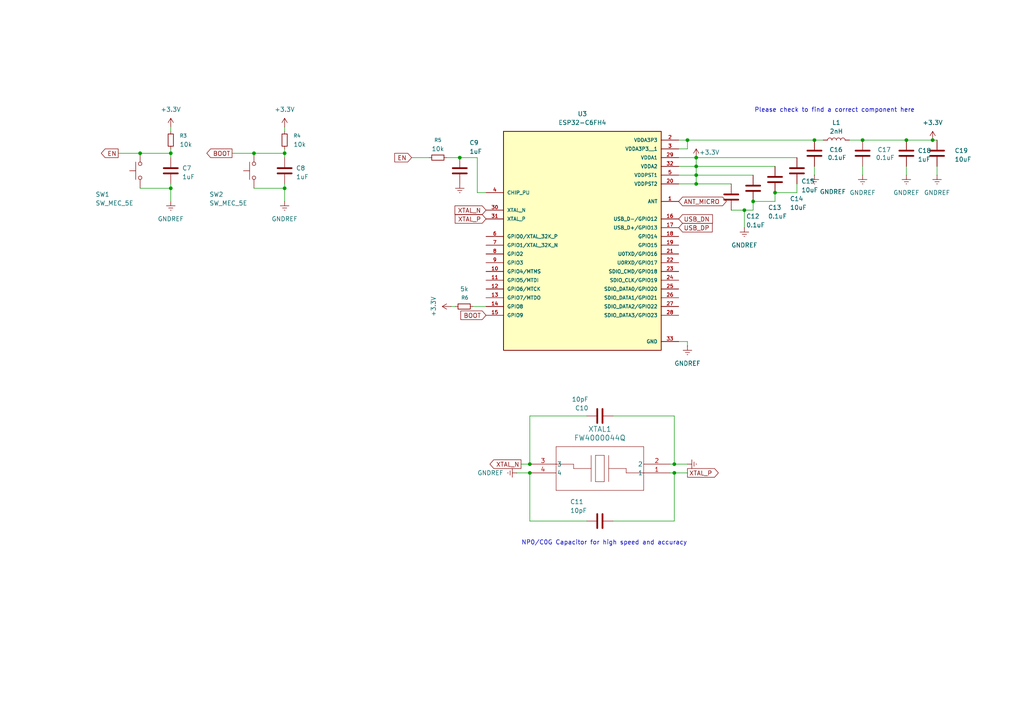
<source format=kicad_sch>
(kicad_sch (version 20250114) (generator "eeschema") (generator_version "9.0")
  (paper "A4")
  (title_block (title "Microcontroller Schematic") (date "2025-10-01") (company "CanaryCap") (comment 1 "Sebastian Arthur"))
  (lib_symbols
    (symbol "Device:C" (pin_numbers (hide yes)) (pin_names (offset 0.254))
      (property "Reference" "C" (at 0.635 2.54 0))
      (property "Value" "C" (at 0.635 -2.54 0))
      (symbol "C_0_1"
        (polyline (pts (xy -2.032 0.762) (xy 2.032 0.762)) (stroke (width 0.508)))
        (polyline (pts (xy -2.032 -0.762) (xy 2.032 -0.762)) (stroke (width 0.508)))
      )
      (symbol "C_1_1"
        (pin passive line (at 0 3.81 270) (length 2.794) (name "~") (number "1"))
        (pin passive line (at 0 -3.81 90) (length 2.794) (name "~") (number "2"))
      )
    )
    (symbol "Device:L" (pin_numbers (hide yes)) (pin_names (offset 1.016) (hide yes))
      (property "Reference" "L" (at -1.27 0 90))
      (property "Value" "L" (at 1.905 0 90))
      (symbol "L_0_1"
        (arc (start 0 2.54) (mid 0.6323 1.905) (end 0 1.27))
        (arc (start 0 1.27) (mid 0.6323 0.635) (end 0 0))
        (arc (start 0 0) (mid 0.6323 -0.635) (end 0 -1.27))
        (arc (start 0 -1.27) (mid 0.6323 -1.905) (end 0 -2.54))
      )
      (symbol "L_1_1"
        (pin passive line (at 0 3.81 270) (length 1.27) (name "1") (number "1"))
        (pin passive line (at 0 -3.81 90) (length 1.27) (name "2") (number "2"))
      )
    )
    (symbol "Device:R_Small" (pin_numbers (hide yes)) (pin_names (offset 0.254) (hide yes))
      (property "Reference" "R" (at 0 0 90))
      (property "Value" "R_Small" (at 1.778 0 90))
      (symbol "R_Small_0_1"
        (rectangle (start -0.762 1.778) (end 0.762 -1.778) (stroke (width 0.2032)))
      )
      (symbol "R_Small_1_1"
        (pin passive line (at 0 2.54 270) (length 0.762) (name "~") (number "1"))
        (pin passive line (at 0 -2.54 90) (length 0.762) (name "~") (number "2"))
      )
    )
    (symbol "ESP-32-C6:ESP32-C6FH4" (pin_names (offset 1.016))
      (property "Reference" "U1" (at 0 35.56 0))
      (property "Value" "ESP32-C6FH4" (at 0 33.02 0))
      (symbol "ESP32-C6FH4_0_0"
        (rectangle (start -22.86 30.48) (end 22.86 -33.02) (stroke (width 0.254)) (fill (type background)))
        (pin input line (at -27.94 12.7 0) (length 5.08) (name "CHIP_PU") (number "4"))
        (pin bidirectional line (at -27.94 7.62 0) (length 5.08) (name "XTAL_N") (number "30"))
        (pin bidirectional line (at -27.94 5.08 0) (length 5.08) (name "XTAL_P") (number "31"))
        (pin bidirectional line (at -27.94 0 0) (length 5.08) (name "GPIO0/XTAL_32K_P") (number "6"))
        (pin bidirectional line (at -27.94 -2.54 0) (length 5.08) (name "GPIO1/XTAL_32K_N") (number "7"))
        (pin bidirectional line (at -27.94 -5.08 0) (length 5.08) (name "GPIO2") (number "8"))
        (pin bidirectional line (at -27.94 -7.62 0) (length 5.08) (name "GPIO3") (number "9"))
        (pin bidirectional line (at -27.94 -10.16 0) (length 5.08) (name "GPIO4/MTMS") (number "10"))
        (pin bidirectional line (at -27.94 -12.7 0) (length 5.08) (name "GPIO5/MTDI") (number "11"))
        (pin bidirectional line (at -27.94 -15.24 0) (length 5.08) (name "GPIO6/MTCK") (number "12"))
        (pin bidirectional line (at -27.94 -17.78 0) (length 5.08) (name "GPIO7/MTDO") (number "13"))
        (pin bidirectional line (at -27.94 -20.32 0) (length 5.08) (name "GPIO8") (number "14"))
        (pin bidirectional line (at -27.94 -22.86 0) (length 5.08) (name "GPIO9") (number "15"))
        (pin power_in line (at 27.94 27.94 180) (length 5.08) (name "VDDA3P3") (number "2"))
        (pin power_in line (at 27.94 25.4 180) (length 5.08) (name "VDDA3P3__1") (number "3"))
        (pin power_in line (at 27.94 22.86 180) (length 5.08) (name "VDDA1") (number "29"))
        (pin power_in line (at 27.94 20.32 180) (length 5.08) (name "VDDA2") (number "32"))
        (pin power_in line (at 27.94 17.78 180) (length 5.08) (name "VDDPST1") (number "5"))
        (pin power_in line (at 27.94 15.24 180) (length 5.08) (name "VDDPST2") (number "20"))
        (pin bidirectional line (at 27.94 10.16 180) (length 5.08) (name "ANT") (number "1"))
        (pin bidirectional line (at 27.94 5.08 180) (length 5.08) (name "USB_D-/GPIO12") (number "16"))
        (pin bidirectional line (at 27.94 2.54 180) (length 5.08) (name "USB_D+/GPIO13") (number "17"))
        (pin bidirectional line (at 27.94 0 180) (length 5.08) (name "GPIO14") (number "18"))
        (pin bidirectional line (at 27.94 -2.54 180) (length 5.08) (name "GPIO15") (number "19"))
        (pin bidirectional line (at 27.94 -5.08 180) (length 5.08) (name "U0TXD/GPIO16") (number "21"))
        (pin bidirectional line (at 27.94 -7.62 180) (length 5.08) (name "U0RXD/GPIO17") (number "22"))
        (pin bidirectional line (at 27.94 -10.16 180) (length 5.08) (name "SDIO_CMD/GPIO18") (number "23"))
        (pin bidirectional line (at 27.94 -12.7 180) (length 5.08) (name "SDIO_CLK/GPIO19") (number "24"))
        (pin bidirectional line (at 27.94 -15.24 180) (length 5.08) (name "SDIO_DATA0/GPIO20") (number "25"))
        (pin bidirectional line (at 27.94 -17.78 180) (length 5.08) (name "SDIO_DATA1/GPIO21") (number "26"))
        (pin bidirectional line (at 27.94 -20.32 180) (length 5.08) (name "SDIO_DATA2/GPIO22") (number "27"))
        (pin bidirectional line (at 27.94 -22.86 180) (length 5.08) (name "SDIO_DATA3/GPIO23") (number "28"))
        (pin power_in line (at 27.94 -30.48 180) (length 5.08) (name "GND") (number "33"))
      )
    )
    (symbol "ESP-32-C6:FW4000044Q" (pin_names (offset 0.254))
      (property "Reference" "XTAL" (at 20.32 10.16 0))
      (property "Value" "FW4000044Q" (at 20.32 7.62 0))
      (symbol "FW4000044Q_0_1"
        (polyline (pts (xy 7.62 5.08) (xy 7.62 -7.62)) (stroke (width 0.127)))
        (polyline (pts (xy 7.62 0) (xy 12.7 0)) (stroke (width 0.127)))
        (polyline (pts (xy 7.62 -7.62) (xy 33.02 -7.62)) (stroke (width 0.127)))
        (polyline (pts (xy 12.7 0) (xy 12.7 -1.27)) (stroke (width 0.127)))
        (polyline (pts (xy 12.7 -1.27) (xy 17.78 -1.27)) (stroke (width 0.127)))
        (polyline (pts (xy 17.78 2.54) (xy 17.78 -5.08)) (stroke (width 0.127)))
        (polyline (pts (xy 19.05 2.54) (xy 19.05 -5.08)) (stroke (width 0.127)))
        (polyline (pts (xy 19.05 2.54) (xy 21.59 2.54)) (stroke (width 0.127)))
        (polyline (pts (xy 19.05 -5.08) (xy 21.59 -5.08)) (stroke (width 0.127)))
        (polyline (pts (xy 21.59 2.54) (xy 21.59 -5.08)) (stroke (width 0.127)))
        (polyline (pts (xy 22.86 2.54) (xy 22.86 -5.08)) (stroke (width 0.127)))
        (polyline (pts (xy 22.86 -1.27) (xy 27.94 -1.27)) (stroke (width 0.127)))
        (polyline (pts (xy 27.94 -1.27) (xy 27.94 -2.54)) (stroke (width 0.127)))
        (polyline (pts (xy 33.02 5.08) (xy 7.62 5.08)) (stroke (width 0.127)))
        (polyline (pts (xy 33.02 -2.54) (xy 27.94 -2.54)) (stroke (width 0.127)))
        (polyline (pts (xy 33.02 -7.62) (xy 33.02 5.08)) (stroke (width 0.127)))
      )
      (symbol "FW4000044Q_1_1"
        (pin bidirectional line (at 0 0 0) (length 7.62) (name "1") (number "1"))
        (pin power_out line (at 0 -2.54 0) (length 7.62) (name "2") (number "2"))
        (pin power_in line (at 40.64 0 180) (length 7.62) (name "4") (number "4"))
        (pin bidirectional line (at 40.64 -2.54 180) (length 7.62) (name "3") (number "3"))
      )
    )
    (symbol "Switch:SW_Push" (pin_numbers (hide yes)) (pin_names (offset 1.016) (hide yes))
      (property "Reference" "SW" (at 1.27 2.54 0))
      (property "Value" "SW_Push" (at 0 -1.524 0))
      (symbol "SW_Push_0_1"
        (circle (center -2.032 0) (radius 0.508))
        (polyline (pts (xy 0 1.27) (xy 0 3.048)))
        (circle (center 2.032 0) (radius 0.508))
        (polyline (pts (xy 2.54 1.27) (xy -2.54 1.27)))
        (pin passive line (at -5.08 0 0) (length 2.54) (name "1") (number "1"))
        (pin passive line (at 5.08 0 180) (length 2.54) (name "2") (number "2"))
      )
    )
    (symbol "power:+3.3V" (power) (pin_numbers (hide yes)) (pin_names (offset 0) (hide yes))
      (property "Value" "+3.3V" (at 0 3.556 0))
      (symbol "+3.3V_0_1"
        (polyline (pts (xy -0.762 1.27) (xy 0 2.54)))
        (polyline (pts (xy 0 2.54) (xy 0.762 1.27)))
        (polyline (pts (xy 0 0) (xy 0 2.54)))
      )
      (symbol "+3.3V_1_1"
        (pin power_in line (at 0 0 90) (length 0) (name "~") (number "1"))
      )
    )
    (symbol "power:GNDREF" (power) (pin_numbers (hide yes)) (pin_names (offset 0) (hide yes))
      (property "Value" "GNDREF" (at 0 -3.81 0))
      (symbol "GNDREF_0_1"
        (polyline (pts (xy -0.635 -1.905) (xy 0.635 -1.905)))
        (polyline (pts (xy -0.127 -2.54) (xy 0.127 -2.54)))
        (polyline (pts (xy 0 -1.27) (xy 0 0)))
        (polyline (pts (xy 1.27 -1.27) (xy -1.27 -1.27)))
      )
      (symbol "GNDREF_1_1"
        (pin power_in line (at 0 0 270) (length 0) (name "~") (number "1"))
      )
    )
  )
  (text "NP0/C0G Capacitor for high speed and accuracy" (at 175.26 157.48 0) (effects (font (size 1.27 1.27))))
  (text "Please check to find a correct component here\n" (at 242.062 32.004 0) (effects (font (size 1.27 1.27))))
  (junction (at 201.93 48.26))
  (junction (at 195.58 134.62))
  (junction (at 82.55 44.45))
  (junction (at 153.67 134.62))
  (junction (at 270.51 40.64))
  (junction (at 224.79 55.88))
  (junction (at 250.19 40.64))
  (junction (at 49.53 54.61))
  (junction (at 153.67 137.16))
  (junction (at 40.64 44.45))
  (junction (at 73.66 44.45))
  (junction (at 195.58 137.16))
  (junction (at 49.53 44.45))
  (junction (at 218.44 58.42))
  (junction (at 133.35 45.72))
  (junction (at 215.9 60.96))
  (junction (at 236.22 40.64))
  (junction (at 201.93 45.72))
  (junction (at 82.55 54.61))
  (junction (at 201.93 50.8))
  (junction (at 201.93 53.34))
  (junction (at 199.39 40.64))
  (junction (at 262.89 40.64))
  (wire (pts (xy 236.22 40.64) (xy 238.76 40.64)))
  (wire (pts (xy 138.43 45.72) (xy 138.43 55.88)))
  (wire (pts (xy 82.55 45.72) (xy 82.55 44.45)))
  (wire (pts (xy 151.13 134.62) (xy 153.67 134.62)))
  (wire (pts (xy 153.67 137.16) (xy 153.67 151.13)))
  (wire (pts (xy 129.54 45.72) (xy 133.35 45.72)))
  (wire (pts (xy 236.22 48.26) (xy 236.22 50.8)))
  (wire (pts (xy 170.18 120.65) (xy 153.67 120.65)))
  (wire (pts (xy 34.29 44.45) (xy 40.64 44.45)))
  (wire (pts (xy 195.58 137.16) (xy 195.58 151.13)))
  (wire (pts (xy 262.89 40.64) (xy 270.51 40.64)))
  (wire (pts (xy 201.93 50.8) (xy 201.93 53.34)))
  (wire (pts (xy 215.9 60.96) (xy 215.9 66.04)))
  (wire (pts (xy 262.89 48.26) (xy 262.89 50.8)))
  (wire (pts (xy 270.51 40.64) (xy 271.78 40.64)))
  (wire (pts (xy 271.78 48.26) (xy 271.78 50.8)))
  (wire (pts (xy 153.67 151.13) (xy 170.18 151.13)))
  (wire (pts (xy 49.53 43.18) (xy 49.53 44.45)))
  (wire (pts (xy 82.55 54.61) (xy 82.55 58.42)))
  (wire (pts (xy 201.93 45.72) (xy 231.14 45.72)))
  (wire (pts (xy 212.09 60.96) (xy 215.9 60.96)))
  (wire (pts (xy 196.85 48.26) (xy 201.93 48.26)))
  (wire (pts (xy 149.86 137.16) (xy 153.67 137.16)))
  (wire (pts (xy 119.38 45.72) (xy 124.46 45.72)))
  (wire (pts (xy 196.85 53.34) (xy 201.93 53.34)))
  (wire (pts (xy 196.85 50.8) (xy 201.93 50.8)))
  (wire (pts (xy 201.93 48.26) (xy 201.93 50.8)))
  (wire (pts (xy 73.66 44.45) (xy 82.55 44.45)))
  (wire (pts (xy 177.8 151.13) (xy 195.58 151.13)))
  (wire (pts (xy 196.85 43.18) (xy 199.39 43.18)))
  (wire (pts (xy 201.93 50.8) (xy 218.44 50.8)))
  (wire (pts (xy 67.31 44.45) (xy 73.66 44.45)))
  (wire (pts (xy 201.93 53.34) (xy 212.09 53.34)))
  (wire (pts (xy 82.55 38.1) (xy 82.55 36.83)))
  (wire (pts (xy 195.58 134.62) (xy 194.31 134.62)))
  (wire (pts (xy 201.93 45.72) (xy 201.93 48.26)))
  (wire (pts (xy 132.08 88.9) (xy 130.81 88.9)))
  (wire (pts (xy 82.55 43.18) (xy 82.55 44.45)))
  (wire (pts (xy 196.85 99.06) (xy 199.39 99.06)))
  (wire (pts (xy 215.9 60.96) (xy 218.44 60.96)))
  (wire (pts (xy 224.79 58.42) (xy 224.79 55.88)))
  (wire (pts (xy 199.39 134.62) (xy 195.58 134.62)))
  (wire (pts (xy 201.93 48.26) (xy 224.79 48.26)))
  (wire (pts (xy 82.55 53.34) (xy 82.55 54.61)))
  (wire (pts (xy 40.64 54.61) (xy 49.53 54.61)))
  (wire (pts (xy 199.39 40.64) (xy 199.39 43.18)))
  (wire (pts (xy 49.53 53.34) (xy 49.53 54.61)))
  (wire (pts (xy 199.39 99.06) (xy 199.39 100.33)))
  (wire (pts (xy 250.19 40.64) (xy 262.89 40.64)))
  (wire (pts (xy 153.67 120.65) (xy 153.67 134.62)))
  (wire (pts (xy 73.66 54.61) (xy 82.55 54.61)))
  (wire (pts (xy 49.53 54.61) (xy 49.53 58.42)))
  (wire (pts (xy 218.44 60.96) (xy 218.44 58.42)))
  (wire (pts (xy 224.79 55.88) (xy 231.14 55.88)))
  (wire (pts (xy 133.35 45.72) (xy 138.43 45.72)))
  (wire (pts (xy 231.14 55.88) (xy 231.14 53.34)))
  (wire (pts (xy 195.58 120.65) (xy 195.58 134.62)))
  (wire (pts (xy 218.44 58.42) (xy 224.79 58.42)))
  (wire (pts (xy 196.85 45.72) (xy 201.93 45.72)))
  (wire (pts (xy 49.53 45.72) (xy 49.53 44.45)))
  (wire (pts (xy 137.16 88.9) (xy 140.97 88.9)))
  (wire (pts (xy 199.39 40.64) (xy 236.22 40.64)))
  (wire (pts (xy 138.43 55.88) (xy 140.97 55.88)))
  (wire (pts (xy 246.38 40.64) (xy 250.19 40.64)))
  (wire (pts (xy 40.64 44.45) (xy 49.53 44.45)))
  (wire (pts (xy 250.19 48.26) (xy 250.19 50.8)))
  (wire (pts (xy 194.31 137.16) (xy 195.58 137.16)))
  (wire (pts (xy 196.85 40.64) (xy 199.39 40.64)))
  (wire (pts (xy 195.58 137.16) (xy 199.39 137.16)))
  (wire (pts (xy 49.53 38.1) (xy 49.53 36.83)))
  (wire (pts (xy 177.8 120.65) (xy 195.58 120.65)))
  (global_label "XTAL_N" (shape input) (at 140.97 60.96 180) (property "Intersheetrefs" "${INTERSHEET_REFS}" (effects (hide yes))))
  (global_label "XTAL_P" (shape output) (at 199.39 137.16 0) (property "Intersheetrefs" "${INTERSHEET_REFS}" (effects (hide yes))))
  (global_label "EN" (shape output) (at 34.29 44.45 180) (property "Intersheetrefs" "${INTERSHEET_REFS}" (effects (hide yes))))
  (global_label "EN" (shape input) (at 119.38 45.72 180) (property "Intersheetrefs" "${INTERSHEET_REFS}" (effects (hide yes))))
  (global_label "XTAL_N" (shape output) (at 151.13 134.62 180) (property "Intersheetrefs" "${INTERSHEET_REFS}" (effects (hide yes))))
  (global_label "BOOT" (shape input) (at 140.97 91.44 180) (property "Intersheetrefs" "${INTERSHEET_REFS}" (effects (hide yes))))
  (global_label "ANT_MICRO" (shape bidirectional) (at 196.85 58.42 0) (property "Intersheetrefs" "${INTERSHEET_REFS}" (effects (hide yes))))
  (global_label "BOOT" (shape output) (at 67.31 44.45 180) (property "Intersheetrefs" "${INTERSHEET_REFS}" (effects (hide yes))))
  (global_label "XTAL_P" (shape input) (at 140.97 63.5 180) (property "Intersheetrefs" "${INTERSHEET_REFS}" (effects (hide yes))))
  (global_label "USB_DN" (shape input) (at 196.85 63.5 0) (property "Intersheetrefs" "${INTERSHEET_REFS}" (effects (hide yes))))
  (global_label "USB_DP" (shape input) (at 196.85 66.04 0) (property "Intersheetrefs" "${INTERSHEET_REFS}" (effects (hide yes))))
  (symbol (lib_id "power:GNDREF") (at 215.9 66.04 0) (unit 1)
    (property "Reference" "#PWR021" (effects (hide yes)))
    (property "Value" "GNDREF" (at 215.9 71.12 0))
    (property "Description" "Power symbol creates a global label with name \"GNDREF\" , reference supply ground" (effects (hide yes)))
  )
  (symbol (lib_id "power:+3.3V") (at 130.81 88.9 90) (unit 1)
    (property "Reference" "#PWR015" (effects (hide yes)))
    (property "Value" "+3.3V" (at 125.73 88.9 0))
    (property "Description" "Power symbol creates a global label with name \"+3.3V\"" (effects (hide yes)))
  )
  (symbol (lib_id "Device:C") (at 49.53 49.53 0) (unit 1)
    (property "Reference" "C7" (at 52.832 48.768 0) (effects (justify left)))
    (property "Value" "1uF" (at 52.832 51.308 0) (effects (justify left)))
    (property "Footprint" "Capacitor_SMD:C_0603_1608Metric_Pad1.08x0.95mm_HandSolder" (effects (hide yes)))
    (property "Description" "Unpolarized capacitor" (effects (hide yes)))
  )
  (symbol (lib_id "Device:C") (at 173.99 151.13 90) (unit 1)
    (property "Reference" "C11" (at 165.354 145.542 90) (effects (justify right)))
    (property "Value" "10pF" (at 165.354 148.082 90) (effects (justify right)))
    (property "Footprint" "Capacitor_SMD:C_0603_1608Metric_Pad1.08x0.95mm_HandSolder" (effects (hide yes)))
    (property "Description" "Unpolarized capacitor" (effects (hide yes)))
  )
  (symbol (lib_id "power:GNDREF") (at 82.55 58.42 0) (unit 1)
    (property "Reference" "#PWR014" (effects (hide yes)))
    (property "Value" "GNDREF" (at 82.55 63.5 0))
    (property "Description" "Power symbol creates a global label with name \"GNDREF\" , reference supply ground" (effects (hide yes)))
  )
  (symbol (lib_id "power:GNDREF") (at 250.19 50.8 0) (unit 1)
    (property "Reference" "#PWR023" (effects (hide yes)))
    (property "Value" "GNDREF" (at 250.19 55.88 0))
    (property "Description" "Power symbol creates a global label with name \"GNDREF\" , reference supply ground" (effects (hide yes)))
  )
  (symbol (lib_id "Device:C") (at 82.55 49.53 0) (unit 1)
    (property "Reference" "C8" (at 85.852 48.768 0) (effects (justify left)))
    (property "Value" "1uF" (at 85.852 51.308 0) (effects (justify left)))
    (property "Footprint" "Capacitor_SMD:C_0603_1608Metric_Pad1.08x0.95mm_HandSolder" (effects (hide yes)))
    (property "Description" "Unpolarized capacitor" (effects (hide yes)))
  )
  (symbol (lib_id "power:+3.3V") (at 49.53 36.83 0) (unit 1)
    (property "Reference" "#PWR011" (effects (hide yes)))
    (property "Value" "+3.3V" (at 49.53 31.75 0))
    (property "Description" "Power symbol creates a global label with name \"+3.3V\"" (effects (hide yes)))
  )
  (symbol (lib_id "Device:C") (at 231.14 49.53 0) (unit 1)
    (property "Reference" "C15" (at 232.41 52.578 0) (effects (justify left)))
    (property "Value" "10uF" (at 232.41 55.118 0) (effects (justify left)))
    (property "Footprint" "Capacitor_SMD:C_0603_1608Metric_Pad1.08x0.95mm_HandSolder" (effects (hide yes)))
    (property "Description" "Unpolarized capacitor" (effects (hide yes)))
  )
  (symbol (lib_id "power:GNDREF") (at 271.78 50.8 0) (unit 1)
    (property "Reference" "#PWR026" (effects (hide yes)))
    (property "Value" "GNDREF" (at 271.78 55.88 0))
    (property "Description" "Power symbol creates a global label with name \"GNDREF\" , reference supply ground" (effects (hide yes)))
  )
  (symbol (lib_id "Device:L") (at 242.57 40.64 90) (unit 1)
    (property "Reference" "L1" (at 242.57 35.56 90))
    (property "Value" "2nH" (at 242.57 38.1 90))
    (property "Footprint" "Inductor_SMD:L_0603_1608Metric" (effects (hide yes)))
    (property "Description" "Inductor" (effects (hide yes)))
  )
  (symbol (lib_id "power:+3.3V") (at 270.51 40.64 0) (unit 1)
    (property "Reference" "#PWR025" (effects (hide yes)))
    (property "Value" "+3.3V" (at 270.51 35.56 0))
    (property "Description" "Power symbol creates a global label with name \"+3.3V\"" (effects (hide yes)))
  )
  (symbol (lib_id "Switch:SW_Push") (at 40.64 49.53 90) (unit 1)
    (property "Reference" "SW1" (at 27.686 56.388 90) (effects (justify right)))
    (property "Value" "SW_MEC_5E" (at 27.686 58.928 90) (effects (justify right)))
    (property "Footprint" "Button_Switch_SMD:SW_SPST_EVQP2_MiddlePushTravel_H2.5mm" (effects (hide yes)))
    (property "Description" "Push button switch, generic, two pins" (effects (hide yes)))
  )
  (symbol (lib_id "power:GNDREF") (at 49.53 58.42 0) (unit 1)
    (property "Reference" "#PWR012" (effects (hide yes)))
    (property "Value" "GNDREF" (at 49.53 63.5 0))
    (property "Description" "Power symbol creates a global label with name \"GNDREF\" , reference supply ground" (effects (hide yes)))
  )
  (symbol (lib_id "Device:C") (at 173.99 120.65 90) (unit 1)
    (property "Reference" "C10" (at 170.688 118.364 90) (effects (justify left)))
    (property "Value" "10pF" (at 170.688 115.824 90) (effects (justify left)))
    (property "Footprint" "Capacitor_SMD:C_0603_1608Metric_Pad1.08x0.95mm_HandSolder" (effects (hide yes)))
    (property "Description" "Unpolarized capacitor" (effects (hide yes)))
  )
  (symbol (lib_id "ESP-32-C6:FW4000044Q") (at 194.31 137.16 180) (unit 1)
    (property "Reference" "XTAL1" (at 173.99 124.46 0) (effects (font (size 1.524 1.524))))
    (property "Value" "FW4000044Q" (at 173.99 127 0) (effects (font (size 1.524 1.524))))
    (property "Footprint" "CRYSTAL4_FW4000044Q_DIO" (effects (hide yes)))
    (property "Datasheet" "FW4000044Q" (effects (hide yes)))
  )
  (symbol (lib_id "Switch:SW_Push") (at 73.66 49.53 90) (unit 1)
    (property "Reference" "SW2" (at 60.706 56.388 90) (effects (justify right)))
    (property "Value" "SW_MEC_5E" (at 60.706 58.928 90) (effects (justify right)))
    (property "Footprint" "Button_Switch_SMD:SW_SPST_EVQP2_MiddlePushTravel_H2.5mm" (effects (hide yes)))
    (property "Description" "Push button switch, generic, two pins" (effects (hide yes)))
  )
  (symbol (lib_id "Device:C") (at 271.78 44.45 0) (unit 1)
    (property "Reference" "C19" (at 276.86 43.688 0) (effects (justify left)))
    (property "Value" "10uF" (at 276.86 46.228 0) (effects (justify left)))
    (property "Footprint" "Capacitor_SMD:C_0603_1608Metric_Pad1.08x0.95mm_HandSolder" (effects (hide yes)))
    (property "Description" "Unpolarized capacitor" (effects (hide yes)))
  )
  (symbol (lib_id "Device:C") (at 133.35 49.53 0) (unit 1)
    (property "Reference" "C9" (at 136.144 41.402 0) (effects (justify left)))
    (property "Value" "1uF" (at 136.144 43.942 0) (effects (justify left)))
    (property "Footprint" "Capacitor_SMD:C_0603_1608Metric_Pad1.08x0.95mm_HandSolder" (effects (hide yes)))
    (property "Description" "Unpolarized capacitor" (effects (hide yes)))
  )
  (symbol (lib_id "Device:C") (at 224.79 52.07 0) (unit 1)
    (property "Reference" "C14" (at 229.108 57.658 0) (effects (justify left)))
    (property "Value" "10uF" (at 229.108 60.198 0) (effects (justify left)))
    (property "Footprint" "Capacitor_SMD:C_0603_1608Metric_Pad1.08x0.95mm_HandSolder" (effects (hide yes)))
    (property "Description" "Unpolarized capacitor" (effects (hide yes)))
  )
  (symbol (lib_id "ESP-32-C6:ESP32-C6FH4") (at 168.91 68.58 0) (unit 1)
    (property "Reference" "U3" (at 168.91 33.02 0))
    (property "Value" "ESP32-C6FH4" (at 168.91 35.56 0))
    (property "Footprint" "Package_DFN_QFN:QFN-32-1EP_5x5mm_P0.5mm_EP3.7x3.7mm" (effects (hide yes)))
    (property "Datasheet" "https://www.espressif.com/sites/default/files/documentation/esp32-c6_datasheet_en.pdf" (effects (hide yes)))
    (property "PARTREV" "v0.5" (effects (hide yes)))
    (property "STANDARD" "IPC-7351B" (effects (hide yes)))
    (property "SNAPEDA_PN" "ESP32-C6FH4" (effects (hide yes)))
    (property "MAXIMUM_PACKAGE_HEIGHT" "0.9mm" (effects (hide yes)))
    (property "MANUFACTURER" "Espressif Systems" (effects (hide yes)))
  )
  (symbol (lib_id "Device:C") (at 262.89 44.45 0) (unit 1)
    (property "Reference" "C18" (at 266.192 43.688 0) (effects (justify left)))
    (property "Value" "1uF" (at 266.192 46.228 0) (effects (justify left)))
    (property "Footprint" "Capacitor_SMD:C_0603_1608Metric_Pad1.08x0.95mm_HandSolder" (effects (hide yes)))
    (property "Description" "Unpolarized capacitor" (effects (hide yes)))
  )
  (symbol (lib_id "power:+3.3V") (at 201.93 45.72 0) (unit 1)
    (property "Reference" "#PWR020" (effects (hide yes)))
    (property "Value" "+3.3V" (at 205.74 44.196 0))
    (property "Description" "Power symbol creates a global label with name \"+3.3V\"" (effects (hide yes)))
  )
  (symbol (lib_id "Device:R_Small") (at 134.62 88.9 90) (unit 1)
    (property "Reference" "R6" (at 135.89 86.3601 90) (effects (font (size 1.016 1.016)) (justify left)))
    (property "Value" "5k" (at 135.89 83.8201 90) (effects (justify left)))
    (property "Footprint" "Resistor_SMD:R_0603_1608Metric_Pad0.98x0.95mm_HandSolder" (effects (hide yes)))
    (property "Description" "Resistor, small symbol" (effects (hide yes)))
  )
  (symbol (lib_id "power:GNDREF") (at 149.86 137.16 270) (unit 1)
    (property "Reference" "#PWR017" (effects (hide yes)))
    (property "Value" "GNDREF" (at 146.05 137.1599 90) (effects (justify right)))
    (property "Description" "Power symbol creates a global label with name \"GNDREF\" , reference supply ground" (effects (hide yes)))
  )
  (symbol (lib_id "power:GNDREF") (at 262.89 50.8 0) (unit 1)
    (property "Reference" "#PWR024" (effects (hide yes)))
    (property "Value" "GNDREF" (at 262.89 55.88 0))
    (property "Description" "Power symbol creates a global label with name \"GNDREF\" , reference supply ground" (effects (hide yes)))
  )
  (symbol (lib_id "power:GNDREF") (at 199.39 100.33 0) (unit 1)
    (property "Reference" "#PWR018" (effects (hide yes)))
    (property "Value" "GNDREF" (at 199.39 105.41 0))
    (property "Description" "Power symbol creates a global label with name \"GNDREF\" , reference supply ground" (effects (hide yes)))
  )
  (symbol (lib_id "power:+3.3V") (at 82.55 36.83 0) (unit 1)
    (property "Reference" "#PWR013" (effects (hide yes)))
    (property "Value" "+3.3V" (at 82.55 31.75 0))
    (property "Description" "Power symbol creates a global label with name \"+3.3V\"" (effects (hide yes)))
  )
  (symbol (lib_id "Device:C") (at 236.22 44.45 0) (unit 1)
    (property "Reference" "C16" (at 240.538 43.434 0) (effects (justify left)))
    (property "Value" "0.1uF" (at 240.03 45.7199 0) (effects (justify left)))
    (property "Footprint" "Capacitor_SMD:C_0603_1608Metric_Pad1.08x0.95mm_HandSolder" (effects (hide yes)))
    (property "Description" "Unpolarized capacitor" (effects (hide yes)))
  )
  (symbol (lib_id "Device:C") (at 212.09 57.15 0) (unit 1)
    (property "Reference" "C12" (at 216.408 62.738 0) (effects (justify left)))
    (property "Value" "0.1uF" (at 216.408 65.278 0) (effects (justify left)))
    (property "Footprint" "Capacitor_SMD:C_0603_1608Metric_Pad1.08x0.95mm_HandSolder" (effects (hide yes)))
    (property "Description" "Unpolarized capacitor" (effects (hide yes)))
  )
  (symbol (lib_id "Device:R_Small") (at 49.53 40.64 0) (unit 1)
    (property "Reference" "R3" (at 52.07 39.3699 0) (effects (font (size 1.016 1.016)) (justify left)))
    (property "Value" "10k" (at 52.07 41.9099 0) (effects (justify left)))
    (property "Footprint" "Resistor_SMD:R_0603_1608Metric_Pad0.98x0.95mm_HandSolder" (effects (hide yes)))
    (property "Description" "Resistor, small symbol" (effects (hide yes)))
  )
  (symbol (lib_id "Device:R_Small") (at 127 45.72 90) (unit 1)
    (property "Reference" "R5" (at 127 40.64 90) (effects (font (size 1.016 1.016))))
    (property "Value" "10k" (at 127 43.18 90))
    (property "Footprint" "Resistor_SMD:R_0603_1608Metric_Pad0.98x0.95mm_HandSolder" (effects (hide yes)))
    (property "Description" "Resistor, small symbol" (effects (hide yes)))
  )
  (symbol (lib_id "Device:C") (at 250.19 44.45 0) (unit 1)
    (property "Reference" "C17" (at 254.508 43.434 0) (effects (justify left)))
    (property "Value" "0.1uF" (at 254 45.7199 0) (effects (justify left)))
    (property "Footprint" "Capacitor_SMD:C_0603_1608Metric_Pad1.08x0.95mm_HandSolder" (effects (hide yes)))
    (property "Description" "Unpolarized capacitor" (effects (hide yes)))
  )
  (symbol (lib_id "power:GNDREF") (at 199.39 134.62 90) (unit 1)
    (property "Reference" "#PWR019" (effects (hide yes)))
    (property "Value" "GNDREF" (effects (hide yes)))
    (property "Description" "Power symbol creates a global label with name \"GNDREF\" , reference supply ground" (effects (hide yes)))
  )
  (symbol (lib_id "power:GNDREF") (at 133.35 53.34 0) (unit 1)
    (property "Reference" "#PWR016" (effects (hide yes)))
    (property "Value" "GNDREF" (effects (hide yes)))
    (property "Description" "Power symbol creates a global label with name \"GNDREF\" , reference supply ground" (effects (hide yes)))
  )
  (symbol (lib_id "Device:R_Small") (at 82.55 40.64 0) (unit 1)
    (property "Reference" "R4" (at 85.09 39.3699 0) (effects (font (size 1.016 1.016)) (justify left)))
    (property "Value" "10k" (at 85.09 41.9099 0) (effects (justify left)))
    (property "Footprint" "Resistor_SMD:R_0603_1608Metric_Pad0.98x0.95mm_HandSolder" (effects (hide yes)))
    (property "Description" "Resistor, small symbol" (effects (hide yes)))
  )
  (symbol (lib_id "Device:C") (at 218.44 54.61 0) (unit 1)
    (property "Reference" "C13" (at 222.758 60.198 0) (effects (justify left)))
    (property "Value" "0.1uF" (at 222.758 62.738 0) (effects (justify left)))
    (property "Footprint" "Capacitor_SMD:C_0603_1608Metric_Pad1.08x0.95mm_HandSolder" (effects (hide yes)))
    (property "Description" "Unpolarized capacitor" (effects (hide yes)))
  )
  (symbol (lib_id "power:GNDREF") (at 236.22 50.8 0) (unit 1)
    (property "Reference" "#PWR022" (effects (hide yes)))
    (property "Value" "GNDREF" (at 241.554 55.626 0))
    (property "Description" "Power symbol creates a global label with name \"GNDREF\" , reference supply ground" (effects (hide yes)))
  )
)
</source>
